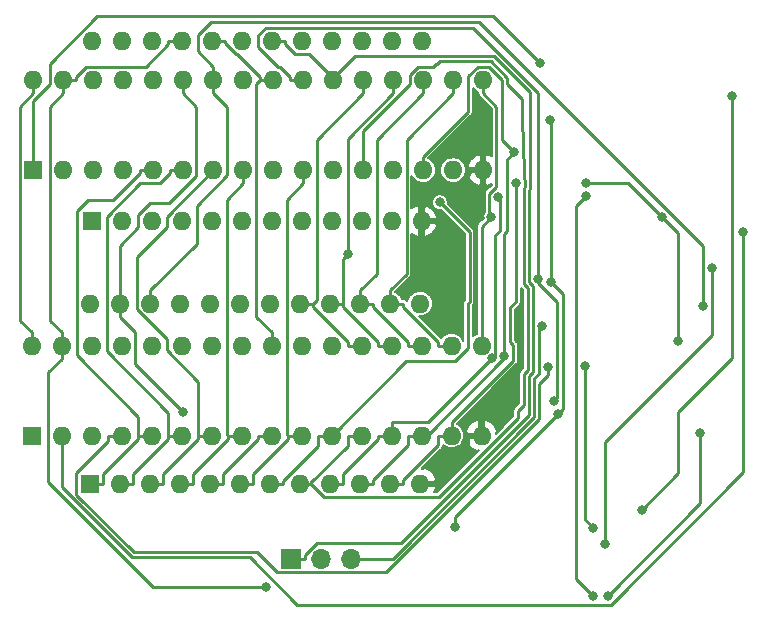
<source format=gbr>
G04 #@! TF.GenerationSoftware,KiCad,Pcbnew,(5.1.2-1)-1*
G04 #@! TF.CreationDate,2019-09-02T14:14:07+01:00*
G04 #@! TF.ProjectId,MZ80-ROMPG,4d5a3830-2d52-44f4-9d50-472e6b696361,rev?*
G04 #@! TF.SameCoordinates,Original*
G04 #@! TF.FileFunction,Copper,L2,Bot*
G04 #@! TF.FilePolarity,Positive*
%FSLAX46Y46*%
G04 Gerber Fmt 4.6, Leading zero omitted, Abs format (unit mm)*
G04 Created by KiCad (PCBNEW (5.1.2-1)-1) date 2019-09-02 14:14:07*
%MOMM*%
%LPD*%
G04 APERTURE LIST*
%ADD10O,1.600000X1.600000*%
%ADD11R,1.600000X1.600000*%
%ADD12O,1.700000X1.700000*%
%ADD13R,1.700000X1.700000*%
%ADD14C,0.800000*%
%ADD15C,0.250000*%
%ADD16C,0.200000*%
%ADD17C,0.155000*%
G04 APERTURE END LIST*
D10*
X134366000Y-75565000D03*
X162306000Y-90805000D03*
X136906000Y-75565000D03*
X159766000Y-90805000D03*
X139446000Y-75565000D03*
X157226000Y-90805000D03*
X141986000Y-75565000D03*
X154686000Y-90805000D03*
X144526000Y-75565000D03*
X152146000Y-90805000D03*
X147066000Y-75565000D03*
X149606000Y-90805000D03*
X149606000Y-75565000D03*
X147066000Y-90805000D03*
X152146000Y-75565000D03*
X144526000Y-90805000D03*
X154686000Y-75565000D03*
X141986000Y-90805000D03*
X157226000Y-75565000D03*
X139446000Y-90805000D03*
X159766000Y-75565000D03*
X136906000Y-90805000D03*
X162306000Y-75565000D03*
D11*
X134366000Y-90805000D03*
D10*
X134239000Y-97790000D03*
X162179000Y-113030000D03*
X136779000Y-97790000D03*
X159639000Y-113030000D03*
X139319000Y-97790000D03*
X157099000Y-113030000D03*
X141859000Y-97790000D03*
X154559000Y-113030000D03*
X144399000Y-97790000D03*
X152019000Y-113030000D03*
X146939000Y-97790000D03*
X149479000Y-113030000D03*
X149479000Y-97790000D03*
X146939000Y-113030000D03*
X152019000Y-97790000D03*
X144399000Y-113030000D03*
X154559000Y-97790000D03*
X141859000Y-113030000D03*
X157099000Y-97790000D03*
X139319000Y-113030000D03*
X159639000Y-97790000D03*
X136779000Y-113030000D03*
X162179000Y-97790000D03*
D11*
X134239000Y-113030000D03*
D10*
X129413000Y-78867000D03*
X167513000Y-86487000D03*
X131953000Y-78867000D03*
X164973000Y-86487000D03*
X134493000Y-78867000D03*
X162433000Y-86487000D03*
X137033000Y-78867000D03*
X159893000Y-86487000D03*
X139573000Y-78867000D03*
X157353000Y-86487000D03*
X142113000Y-78867000D03*
X154813000Y-86487000D03*
X144653000Y-78867000D03*
X152273000Y-86487000D03*
X147193000Y-78867000D03*
X149733000Y-86487000D03*
X149733000Y-78867000D03*
X147193000Y-86487000D03*
X152273000Y-78867000D03*
X144653000Y-86487000D03*
X154813000Y-78867000D03*
X142113000Y-86487000D03*
X157353000Y-78867000D03*
X139573000Y-86487000D03*
X159893000Y-78867000D03*
X137033000Y-86487000D03*
X162433000Y-78867000D03*
X134493000Y-86487000D03*
X164973000Y-78867000D03*
X131953000Y-86487000D03*
X167513000Y-78867000D03*
D11*
X129413000Y-86487000D03*
D10*
X129286000Y-101346000D03*
X167386000Y-108966000D03*
X131826000Y-101346000D03*
X164846000Y-108966000D03*
X134366000Y-101346000D03*
X162306000Y-108966000D03*
X136906000Y-101346000D03*
X159766000Y-108966000D03*
X139446000Y-101346000D03*
X157226000Y-108966000D03*
X141986000Y-101346000D03*
X154686000Y-108966000D03*
X144526000Y-101346000D03*
X152146000Y-108966000D03*
X147066000Y-101346000D03*
X149606000Y-108966000D03*
X149606000Y-101346000D03*
X147066000Y-108966000D03*
X152146000Y-101346000D03*
X144526000Y-108966000D03*
X154686000Y-101346000D03*
X141986000Y-108966000D03*
X157226000Y-101346000D03*
X139446000Y-108966000D03*
X159766000Y-101346000D03*
X136906000Y-108966000D03*
X162306000Y-101346000D03*
X134366000Y-108966000D03*
X164846000Y-101346000D03*
X131826000Y-108966000D03*
X167386000Y-101346000D03*
D11*
X129286000Y-108966000D03*
D12*
X156337000Y-119380000D03*
X153797000Y-119380000D03*
D13*
X151257000Y-119380000D03*
D14*
X165659700Y-96792700D03*
X170552800Y-98809800D03*
X165160200Y-116662900D03*
X173154300Y-82242900D03*
X173832800Y-107168500D03*
X173257800Y-95982400D03*
X172480600Y-99700300D03*
X173546400Y-106009200D03*
X172169600Y-95680400D03*
X186174700Y-98002400D03*
X178067400Y-122518800D03*
X185912300Y-108711500D03*
X142130700Y-106987200D03*
X149110600Y-121748600D03*
X156051100Y-93631000D03*
X189565900Y-91742100D03*
X177837400Y-118106100D03*
X186909300Y-94785800D03*
X168226900Y-90427200D03*
X184038700Y-100955700D03*
X176257000Y-87612900D03*
X170343700Y-87612900D03*
X182630200Y-90428000D03*
X170162500Y-84977800D03*
X169320200Y-102208300D03*
X168291300Y-102433800D03*
X168781700Y-88772800D03*
X173027400Y-103123000D03*
X176835200Y-116778000D03*
X176123800Y-103033800D03*
X172310000Y-77454500D03*
X180953100Y-115233200D03*
X188595000Y-80189300D03*
X176831000Y-122537100D03*
X176191300Y-88710900D03*
X163847300Y-89221800D03*
D15*
X167386000Y-107840700D02*
X167386000Y-106691100D01*
X167386000Y-106691100D02*
X170552800Y-103524300D01*
X170552800Y-103524300D02*
X170552800Y-98809800D01*
X162306000Y-90805000D02*
X162306000Y-93439000D01*
X162306000Y-93439000D02*
X165659700Y-96792700D01*
X167513000Y-86487000D02*
X166387700Y-86487000D01*
X162306000Y-90805000D02*
X162306000Y-89679700D01*
X162306000Y-89679700D02*
X164373400Y-87612300D01*
X164373400Y-87612300D02*
X165543800Y-87612300D01*
X165543800Y-87612300D02*
X166387700Y-86768400D01*
X166387700Y-86768400D02*
X166387700Y-86487000D01*
X162179000Y-113030000D02*
X163304300Y-113030000D01*
X167386000Y-108966000D02*
X166260700Y-108966000D01*
X163304300Y-113030000D02*
X166260700Y-110073600D01*
X166260700Y-110073600D02*
X166260700Y-108966000D01*
X167386000Y-108966000D02*
X167386000Y-107840700D01*
X129413000Y-78867000D02*
X129413000Y-79992300D01*
X129286000Y-101346000D02*
X129286000Y-100220700D01*
X129286000Y-100220700D02*
X128287700Y-99222400D01*
X128287700Y-99222400D02*
X128287700Y-81117600D01*
X128287700Y-81117600D02*
X129413000Y-79992300D01*
X173832800Y-107168500D02*
X165160200Y-115841100D01*
X165160200Y-115841100D02*
X165160200Y-116662900D01*
X173257800Y-95982400D02*
X174283100Y-97007700D01*
X174283100Y-97007700D02*
X174283100Y-106718200D01*
X174283100Y-106718200D02*
X173832800Y-107168500D01*
X173257800Y-95982400D02*
X173257800Y-82346400D01*
X173257800Y-82346400D02*
X173154300Y-82242900D01*
X172480600Y-99700300D02*
X172293500Y-99887400D01*
X172293500Y-99887400D02*
X172293500Y-103694300D01*
X172293500Y-103694300D02*
X171843200Y-104144600D01*
X171843200Y-104144600D02*
X171843200Y-107402900D01*
X171843200Y-107402900D02*
X159866100Y-119380000D01*
X159866100Y-119380000D02*
X156337000Y-119380000D01*
X154813000Y-78694100D02*
X156681200Y-76825900D01*
X156681200Y-76825900D02*
X168430800Y-76825900D01*
X168430800Y-76825900D02*
X171519300Y-79914400D01*
X171519300Y-79914400D02*
X171519300Y-88100000D01*
X171519300Y-88100000D02*
X171411800Y-88207500D01*
X171411800Y-88207500D02*
X171411800Y-95948300D01*
X171411800Y-95948300D02*
X171749500Y-96286000D01*
X171749500Y-96286000D02*
X171749500Y-103601400D01*
X171749500Y-103601400D02*
X171392900Y-103958000D01*
X171392900Y-103958000D02*
X171392900Y-107216300D01*
X171392900Y-107216300D02*
X160591100Y-118018100D01*
X160591100Y-118018100D02*
X153482600Y-118018100D01*
X153482600Y-118018100D02*
X152432300Y-119068400D01*
X152432300Y-119068400D02*
X152432300Y-119380000D01*
X151257000Y-119380000D02*
X152432300Y-119380000D01*
X154813000Y-78694100D02*
X152809200Y-76690300D01*
X152809200Y-76690300D02*
X151575200Y-76690300D01*
X151575200Y-76690300D02*
X150731300Y-75846400D01*
X150731300Y-75846400D02*
X150731300Y-75565000D01*
X154813000Y-78867000D02*
X154813000Y-78694100D01*
X149606000Y-75565000D02*
X150731300Y-75565000D01*
X151147700Y-78867000D02*
X151147600Y-78867000D01*
X151147600Y-78867000D02*
X151147600Y-78591600D01*
X151147600Y-78591600D02*
X150297700Y-77741700D01*
X150297700Y-77741700D02*
X150176100Y-77741700D01*
X150176100Y-77741700D02*
X148480600Y-76046200D01*
X148480600Y-76046200D02*
X148480600Y-75046500D01*
X148480600Y-75046500D02*
X149096500Y-74430600D01*
X149096500Y-74430600D02*
X166672400Y-74430600D01*
X166672400Y-74430600D02*
X172169600Y-79927800D01*
X172169600Y-79927800D02*
X172169600Y-95680400D01*
X172169600Y-95680400D02*
X172169600Y-96069200D01*
X172169600Y-96069200D02*
X173761200Y-97660800D01*
X173761200Y-97660800D02*
X173761200Y-105794400D01*
X173761200Y-105794400D02*
X173546400Y-106009200D01*
X152271500Y-78867000D02*
X152273000Y-78867000D01*
X152271500Y-78867000D02*
X151147700Y-78867000D01*
X144653000Y-78867000D02*
X144653000Y-77741700D01*
X144653000Y-77741700D02*
X143353100Y-76441800D01*
X143353100Y-76441800D02*
X143353100Y-75081900D01*
X143353100Y-75081900D02*
X144520900Y-73914100D01*
X144520900Y-73914100D02*
X167143100Y-73914100D01*
X167143100Y-73914100D02*
X186174700Y-92945700D01*
X186174700Y-92945700D02*
X186174700Y-98002400D01*
X139319000Y-97790000D02*
X139319000Y-96664700D01*
X144653000Y-78867000D02*
X144653000Y-79992300D01*
X144653000Y-79992300D02*
X145814500Y-81153800D01*
X145814500Y-81153800D02*
X145814500Y-86943500D01*
X145814500Y-86943500D02*
X143256000Y-89502000D01*
X143256000Y-89502000D02*
X143256000Y-92727700D01*
X143256000Y-92727700D02*
X139319000Y-96664700D01*
X178067400Y-122518800D02*
X185912300Y-114673900D01*
X185912300Y-114673900D02*
X185912300Y-108711500D01*
X136779000Y-97790000D02*
X136779000Y-98915300D01*
X142130700Y-106987200D02*
X138031400Y-102887900D01*
X138031400Y-102887900D02*
X138031400Y-100167700D01*
X138031400Y-100167700D02*
X136779000Y-98915300D01*
X142113000Y-78867000D02*
X142113000Y-79992300D01*
X142113000Y-79992300D02*
X143247000Y-81126300D01*
X143247000Y-81126300D02*
X143247000Y-87008300D01*
X143247000Y-87008300D02*
X140948800Y-89306500D01*
X140948800Y-89306500D02*
X139302000Y-89306500D01*
X139302000Y-89306500D02*
X138320600Y-90287900D01*
X138320600Y-90287900D02*
X138320600Y-91346400D01*
X138320600Y-91346400D02*
X136779000Y-92888000D01*
X136779000Y-92888000D02*
X136779000Y-97790000D01*
X139573000Y-86487000D02*
X138447700Y-86487000D01*
X138447700Y-86487000D02*
X138447700Y-86731200D01*
X138447700Y-86731200D02*
X136166500Y-89012400D01*
X136166500Y-89012400D02*
X134040900Y-89012400D01*
X134040900Y-89012400D02*
X133096000Y-89957300D01*
X133096000Y-89957300D02*
X133096000Y-102176900D01*
X133096000Y-102176900D02*
X138320700Y-107401600D01*
X138320700Y-107401600D02*
X138320700Y-108966000D01*
X134239000Y-113030000D02*
X135364300Y-113030000D01*
X139446000Y-108966000D02*
X138320700Y-108966000D01*
X138320700Y-108966000D02*
X138320700Y-109247400D01*
X138320700Y-109247400D02*
X135364300Y-112203800D01*
X135364300Y-112203800D02*
X135364300Y-113030000D01*
X142113000Y-86487000D02*
X140987700Y-86487000D01*
X140987700Y-86487000D02*
X140987700Y-86768400D01*
X140987700Y-86768400D02*
X140143800Y-87612300D01*
X140143800Y-87612300D02*
X138507100Y-87612300D01*
X138507100Y-87612300D02*
X135647000Y-90472400D01*
X135647000Y-90472400D02*
X135647000Y-101837500D01*
X135647000Y-101837500D02*
X140860700Y-107051200D01*
X140860700Y-107051200D02*
X140860700Y-108966000D01*
X136779000Y-113030000D02*
X137904300Y-113030000D01*
X141986000Y-108966000D02*
X140860700Y-108966000D01*
X140860700Y-108966000D02*
X140860700Y-109247400D01*
X140860700Y-109247400D02*
X137904300Y-112203800D01*
X137904300Y-112203800D02*
X137904300Y-113030000D01*
X144653000Y-86487000D02*
X140716000Y-90424000D01*
X140716000Y-90424000D02*
X140716000Y-91293500D01*
X140716000Y-91293500D02*
X138187000Y-93822500D01*
X138187000Y-93822500D02*
X138187000Y-98260000D01*
X138187000Y-98260000D02*
X140716000Y-100789000D01*
X140716000Y-100789000D02*
X140716000Y-101707600D01*
X140716000Y-101707600D02*
X143400700Y-104392300D01*
X143400700Y-104392300D02*
X143400700Y-108966000D01*
X139319000Y-113030000D02*
X140444300Y-113030000D01*
X144526000Y-108966000D02*
X143400700Y-108966000D01*
X143400700Y-108966000D02*
X143400700Y-109247400D01*
X143400700Y-109247400D02*
X140444300Y-112203800D01*
X140444300Y-112203800D02*
X140444300Y-113030000D01*
X147193000Y-86487000D02*
X147193000Y-87612300D01*
X147193000Y-87612300D02*
X145796000Y-89009300D01*
X145796000Y-89009300D02*
X145796000Y-108821300D01*
X145796000Y-108821300D02*
X145940700Y-108966000D01*
X141859000Y-113030000D02*
X142984300Y-113030000D01*
X147066000Y-108966000D02*
X145940700Y-108966000D01*
X145940700Y-108966000D02*
X145940700Y-109247400D01*
X145940700Y-109247400D02*
X142984300Y-112203800D01*
X142984300Y-112203800D02*
X142984300Y-113030000D01*
X144399000Y-113030000D02*
X145524300Y-113030000D01*
X149606000Y-108966000D02*
X148480700Y-108966000D01*
X148480700Y-108966000D02*
X148480700Y-109247400D01*
X148480700Y-109247400D02*
X145524300Y-112203800D01*
X145524300Y-112203800D02*
X145524300Y-113030000D01*
X152273000Y-86487000D02*
X152273000Y-87612300D01*
X152273000Y-87612300D02*
X150876000Y-89009300D01*
X150876000Y-89009300D02*
X150876000Y-108821300D01*
X150876000Y-108821300D02*
X151020700Y-108966000D01*
X146939000Y-113030000D02*
X148064300Y-113030000D01*
X152146000Y-108966000D02*
X151020700Y-108966000D01*
X151020700Y-108966000D02*
X151020700Y-109247400D01*
X151020700Y-109247400D02*
X148064300Y-112203800D01*
X148064300Y-112203800D02*
X148064300Y-113030000D01*
X131826000Y-102471300D02*
X130700700Y-103596600D01*
X130700700Y-103596600D02*
X130700700Y-112886900D01*
X130700700Y-112886900D02*
X139562300Y-121748500D01*
X139562300Y-121748500D02*
X149110600Y-121748500D01*
X149110600Y-121748500D02*
X149110600Y-121748600D01*
X131826000Y-101346000D02*
X131826000Y-102471300D01*
X131953000Y-78867000D02*
X133078300Y-78867000D01*
X133078300Y-78867000D02*
X133078300Y-78585600D01*
X133078300Y-78585600D02*
X133922200Y-77741700D01*
X133922200Y-77741700D02*
X138965400Y-77741700D01*
X138965400Y-77741700D02*
X140860700Y-75846400D01*
X140860700Y-75846400D02*
X140860700Y-75565000D01*
X131953000Y-79429600D02*
X131953000Y-78867000D01*
X141986000Y-75565000D02*
X140860700Y-75565000D01*
X131826000Y-101346000D02*
X131826000Y-100220700D01*
X131953000Y-79429600D02*
X131953000Y-79992300D01*
X131826000Y-100220700D02*
X130827700Y-99222400D01*
X130827700Y-99222400D02*
X130827700Y-81117600D01*
X130827700Y-81117600D02*
X131953000Y-79992300D01*
X157353000Y-78867000D02*
X157353000Y-79992300D01*
X157353000Y-79992300D02*
X153416000Y-83929300D01*
X153416000Y-83929300D02*
X153416000Y-97518300D01*
X153416000Y-97518300D02*
X153144300Y-97790000D01*
X152019000Y-97790000D02*
X153144300Y-97790000D01*
X157226000Y-101346000D02*
X156100700Y-101346000D01*
X156100700Y-101346000D02*
X156100700Y-101064600D01*
X156100700Y-101064600D02*
X153144300Y-98108200D01*
X153144300Y-98108200D02*
X153144300Y-97790000D01*
X156051100Y-93631000D02*
X155684300Y-93997800D01*
X155684300Y-93997800D02*
X155684300Y-97790000D01*
X159893000Y-79992300D02*
X156051100Y-83834200D01*
X156051100Y-83834200D02*
X156051100Y-93631000D01*
X159893000Y-78867000D02*
X159893000Y-79992300D01*
X159766000Y-101346000D02*
X158640700Y-101346000D01*
X154559000Y-97790000D02*
X155684300Y-97790000D01*
X155684300Y-97790000D02*
X155684300Y-98071400D01*
X155684300Y-98071400D02*
X158640700Y-101027800D01*
X158640700Y-101027800D02*
X158640700Y-101346000D01*
X157099000Y-96664700D02*
X158513600Y-95250100D01*
X158513600Y-95250100D02*
X158513600Y-83911700D01*
X158513600Y-83911700D02*
X162433000Y-79992300D01*
X157099000Y-97790000D02*
X158224300Y-97790000D01*
X162306000Y-101346000D02*
X161180700Y-101346000D01*
X161180700Y-101346000D02*
X161180700Y-101064600D01*
X161180700Y-101064600D02*
X158224300Y-98108200D01*
X158224300Y-98108200D02*
X158224300Y-97790000D01*
X157099000Y-97790000D02*
X157099000Y-96664700D01*
X162433000Y-78867000D02*
X162433000Y-79992300D01*
X159639000Y-97790000D02*
X160764300Y-97790000D01*
X164846000Y-101346000D02*
X163720700Y-101346000D01*
X163720700Y-101346000D02*
X163720700Y-101064600D01*
X163720700Y-101064600D02*
X160764300Y-98108200D01*
X160764300Y-98108200D02*
X160764300Y-97790000D01*
X159639000Y-97790000D02*
X159639000Y-96664700D01*
X164973000Y-78867000D02*
X164973000Y-79992300D01*
X164973000Y-79992300D02*
X161053600Y-83911700D01*
X161053600Y-83911700D02*
X161053600Y-95250100D01*
X161053600Y-95250100D02*
X159639000Y-96664700D01*
X131826000Y-108966000D02*
X131826000Y-113357800D01*
X131826000Y-113357800D02*
X137754800Y-119286600D01*
X137754800Y-119286600D02*
X147798100Y-119286600D01*
X147798100Y-119286600D02*
X151797100Y-123285600D01*
X151797100Y-123285600D02*
X178334500Y-123285600D01*
X178334500Y-123285600D02*
X189565900Y-112054200D01*
X189565900Y-112054200D02*
X189565900Y-91742100D01*
X186909300Y-94785800D02*
X186909300Y-100430400D01*
X186909300Y-100430400D02*
X177837400Y-109502300D01*
X177837400Y-109502300D02*
X177837400Y-118106100D01*
X168226900Y-90427200D02*
X167386000Y-91268100D01*
X167386000Y-91268100D02*
X167386000Y-100220700D01*
X167513000Y-79992300D02*
X168638400Y-81117700D01*
X168638400Y-81117700D02*
X168638400Y-87890400D01*
X168638400Y-87890400D02*
X168056400Y-88472400D01*
X168056400Y-88472400D02*
X168056400Y-90256700D01*
X168056400Y-90256700D02*
X168226900Y-90427200D01*
X167513000Y-78867000D02*
X167513000Y-79992300D01*
X167386000Y-101346000D02*
X167386000Y-100220700D01*
X170343700Y-87612900D02*
X170343700Y-97604200D01*
X170343700Y-97604200D02*
X169807700Y-98140200D01*
X169807700Y-98140200D02*
X169807700Y-101036000D01*
X169807700Y-101036000D02*
X170059800Y-101288100D01*
X170059800Y-101288100D02*
X170059800Y-102626900D01*
X170059800Y-102626900D02*
X164846000Y-107840700D01*
X182630200Y-90428000D02*
X184038700Y-91836500D01*
X184038700Y-91836500D02*
X184038700Y-100955700D01*
X182630200Y-90428000D02*
X179815100Y-87612900D01*
X179815100Y-87612900D02*
X176257000Y-87612900D01*
X164846000Y-108966000D02*
X163720700Y-108966000D01*
X164846000Y-108966000D02*
X164846000Y-107840700D01*
X163720700Y-108966000D02*
X163720700Y-109792200D01*
X163720700Y-109792200D02*
X160764300Y-112748600D01*
X160764300Y-112748600D02*
X160764300Y-113030000D01*
X159639000Y-113030000D02*
X160764300Y-113030000D01*
X170162500Y-84977800D02*
X169544500Y-85595800D01*
X169544500Y-85595800D02*
X169544500Y-91665600D01*
X169544500Y-91665600D02*
X169320200Y-91889900D01*
X169320200Y-91889900D02*
X169320200Y-102208300D01*
X162433000Y-85361700D02*
X166243000Y-81551700D01*
X166243000Y-81551700D02*
X166243000Y-78530500D01*
X166243000Y-78530500D02*
X167046900Y-77726600D01*
X167046900Y-77726600D02*
X167978100Y-77726600D01*
X167978100Y-77726600D02*
X169088800Y-78837300D01*
X169088800Y-78837300D02*
X169088800Y-83904100D01*
X169088800Y-83904100D02*
X170162500Y-84977800D01*
X162306000Y-108966000D02*
X162784900Y-108966000D01*
X162784900Y-108966000D02*
X169320200Y-102430700D01*
X169320200Y-102430700D02*
X169320200Y-102208300D01*
X162433000Y-86487000D02*
X162433000Y-85361700D01*
X162306000Y-108966000D02*
X161180700Y-108966000D01*
X161180700Y-108966000D02*
X161180700Y-109792200D01*
X161180700Y-109792200D02*
X158224300Y-112748600D01*
X158224300Y-112748600D02*
X158224300Y-113030000D01*
X157099000Y-113030000D02*
X158224300Y-113030000D01*
X168291300Y-102433800D02*
X162884400Y-107840700D01*
X162884400Y-107840700D02*
X159766000Y-107840700D01*
X168291300Y-102433800D02*
X168511300Y-102213800D01*
X168511300Y-102213800D02*
X168511300Y-92061900D01*
X168511300Y-92061900D02*
X168990100Y-91583100D01*
X168990100Y-91583100D02*
X168990100Y-88981200D01*
X168990100Y-88981200D02*
X168781700Y-88772800D01*
X159766000Y-108966000D02*
X159766000Y-107840700D01*
X154559000Y-113030000D02*
X155684300Y-113030000D01*
X159766000Y-108966000D02*
X158640700Y-108966000D01*
X158640700Y-108966000D02*
X158640700Y-109247400D01*
X158640700Y-109247400D02*
X155684300Y-112203800D01*
X155684300Y-112203800D02*
X155684300Y-113030000D01*
X136906000Y-108966000D02*
X135780700Y-108966000D01*
X173027400Y-103123000D02*
X173027400Y-103822300D01*
X173027400Y-103822300D02*
X172293500Y-104556200D01*
X172293500Y-104556200D02*
X172293500Y-107589500D01*
X172293500Y-107589500D02*
X159327600Y-120555400D01*
X159327600Y-120555400D02*
X150081600Y-120555400D01*
X150081600Y-120555400D02*
X148362500Y-118836300D01*
X148362500Y-118836300D02*
X137941500Y-118836300D01*
X137941500Y-118836300D02*
X133080000Y-113974800D01*
X133080000Y-113974800D02*
X133080000Y-112114600D01*
X133080000Y-112114600D02*
X135780700Y-109413900D01*
X135780700Y-109413900D02*
X135780700Y-108966000D01*
X176123800Y-103033800D02*
X176123800Y-116066600D01*
X176123800Y-116066600D02*
X176835200Y-116778000D01*
X172310000Y-77454500D02*
X168319200Y-73463700D01*
X168319200Y-73463700D02*
X134842300Y-73463700D01*
X134842300Y-73463700D02*
X130827600Y-77478400D01*
X130827600Y-77478400D02*
X130827600Y-79214600D01*
X130827600Y-79214600D02*
X129413000Y-80629200D01*
X129413000Y-80629200D02*
X129413000Y-86487000D01*
X180953100Y-115233200D02*
X184034300Y-112152000D01*
X184034300Y-112152000D02*
X184034300Y-106971700D01*
X184034300Y-106971700D02*
X188595000Y-102411000D01*
X188595000Y-102411000D02*
X188595000Y-80189300D01*
X176191300Y-88710900D02*
X175362800Y-89539400D01*
X175362800Y-89539400D02*
X175362800Y-121068900D01*
X175362800Y-121068900D02*
X176831000Y-122537100D01*
X163847300Y-89221800D02*
X166385000Y-91759500D01*
X166385000Y-91759500D02*
X166385000Y-97623700D01*
X166385000Y-97623700D02*
X166251100Y-97757600D01*
X166251100Y-97757600D02*
X166251100Y-101551800D01*
X166251100Y-101551800D02*
X165152500Y-102650400D01*
X165152500Y-102650400D02*
X161001600Y-102650400D01*
X161001600Y-102650400D02*
X154686000Y-108966000D01*
X154686000Y-108966000D02*
X153560700Y-108966000D01*
X149479000Y-113030000D02*
X150604300Y-113030000D01*
X150604300Y-113030000D02*
X150604300Y-112809800D01*
X150604300Y-112809800D02*
X153560700Y-109853400D01*
X153560700Y-109853400D02*
X153560700Y-108966000D01*
X157353000Y-86487000D02*
X157353000Y-83169200D01*
X157353000Y-83169200D02*
X161307600Y-79214600D01*
X161307600Y-79214600D02*
X161307600Y-78395900D01*
X161307600Y-78395900D02*
X161977000Y-77726500D01*
X161977000Y-77726500D02*
X163306500Y-77726500D01*
X163306500Y-77726500D02*
X163516400Y-77516600D01*
X163516400Y-77516600D02*
X163651800Y-77516600D01*
X163651800Y-77516600D02*
X163892200Y-77276200D01*
X163892200Y-77276200D02*
X168164600Y-77276200D01*
X168164600Y-77276200D02*
X169541400Y-78653000D01*
X169541400Y-78653000D02*
X169541400Y-79210300D01*
X169541400Y-79210300D02*
X170818700Y-80487600D01*
X170818700Y-80487600D02*
X170818700Y-83192100D01*
X170818700Y-83192100D02*
X170899800Y-83273200D01*
X170899800Y-83273200D02*
X170899800Y-85458900D01*
X170899800Y-85458900D02*
X171012400Y-85571500D01*
X171012400Y-85571500D02*
X171012400Y-87255800D01*
X171012400Y-87255800D02*
X171069000Y-87312400D01*
X171069000Y-87312400D02*
X171069000Y-87913400D01*
X171069000Y-87913400D02*
X170961500Y-88020900D01*
X170961500Y-88020900D02*
X170961500Y-96134900D01*
X170961500Y-96134900D02*
X171299200Y-96472600D01*
X171299200Y-96472600D02*
X171299200Y-103414800D01*
X171299200Y-103414800D02*
X170942600Y-103771400D01*
X170942600Y-103771400D02*
X170942600Y-106392800D01*
X170942600Y-106392800D02*
X170474200Y-106861200D01*
X170474200Y-106861200D02*
X170474200Y-107498100D01*
X170474200Y-107498100D02*
X163798900Y-114173400D01*
X163798900Y-114173400D02*
X154048300Y-114173400D01*
X154048300Y-114173400D02*
X152893300Y-113018300D01*
X152893300Y-113018300D02*
X156100700Y-109810900D01*
X156100700Y-109810900D02*
X156100700Y-108966000D01*
X152477200Y-113030000D02*
X152881600Y-113030000D01*
X152881600Y-113030000D02*
X152893300Y-113018300D01*
X157226000Y-108966000D02*
X156100700Y-108966000D01*
X152019000Y-113030000D02*
X152477200Y-113030000D01*
X149606000Y-101346000D02*
X149606000Y-100220700D01*
X149606000Y-100220700D02*
X148318400Y-98933100D01*
X148318400Y-98933100D02*
X148318400Y-79156300D01*
X148318400Y-79156300D02*
X148607700Y-78867000D01*
X144526000Y-75565000D02*
X145651300Y-75565000D01*
X149733000Y-78867000D02*
X148607700Y-78867000D01*
X148607700Y-78867000D02*
X148607700Y-78585600D01*
X148607700Y-78585600D02*
X146712400Y-76690300D01*
X146712400Y-76690300D02*
X146579600Y-76690300D01*
X146579600Y-76690300D02*
X145651300Y-75762000D01*
X145651300Y-75762000D02*
X145651300Y-75565000D01*
D16*
G36*
X170874200Y-96648641D02*
G01*
X170874201Y-103238759D01*
X170656844Y-103456116D01*
X170640626Y-103469426D01*
X170587516Y-103534141D01*
X170548052Y-103607974D01*
X170523750Y-103688087D01*
X170517600Y-103750527D01*
X170517600Y-103750533D01*
X170515545Y-103771400D01*
X170517600Y-103792267D01*
X170517601Y-106216759D01*
X170188444Y-106545916D01*
X170172226Y-106559226D01*
X170119116Y-106623941D01*
X170079652Y-106697774D01*
X170068529Y-106734441D01*
X170056544Y-106773952D01*
X170055350Y-106777887D01*
X170049200Y-106840327D01*
X170049200Y-106840333D01*
X170047145Y-106861200D01*
X170049200Y-106882067D01*
X170049201Y-107322058D01*
X168710872Y-108660388D01*
X168744237Y-108594957D01*
X168645752Y-108337108D01*
X168498855Y-108103427D01*
X168309192Y-107902894D01*
X168084051Y-107743215D01*
X167832085Y-107630527D01*
X167757042Y-107607769D01*
X167540000Y-107719477D01*
X167540000Y-108812000D01*
X167560000Y-108812000D01*
X167560000Y-109120000D01*
X167540000Y-109120000D01*
X167540000Y-109140000D01*
X167232000Y-109140000D01*
X167232000Y-109120000D01*
X166138441Y-109120000D01*
X166027763Y-109337043D01*
X166126248Y-109594892D01*
X166273145Y-109828573D01*
X166462808Y-110029106D01*
X166687949Y-110188785D01*
X166939915Y-110301473D01*
X167014958Y-110324231D01*
X167081040Y-110290220D01*
X163622860Y-113748400D01*
X163382485Y-113748400D01*
X163438752Y-113658892D01*
X163537237Y-113401043D01*
X163426559Y-113184000D01*
X162333000Y-113184000D01*
X162333000Y-113204000D01*
X162025000Y-113204000D01*
X162025000Y-113184000D01*
X162005000Y-113184000D01*
X162005000Y-112876000D01*
X162025000Y-112876000D01*
X162025000Y-112856000D01*
X162333000Y-112856000D01*
X162333000Y-112876000D01*
X163426559Y-112876000D01*
X163537237Y-112658957D01*
X163438752Y-112401108D01*
X163291855Y-112167427D01*
X163102192Y-111966894D01*
X162877051Y-111807215D01*
X162625085Y-111694527D01*
X162550042Y-111671769D01*
X162333002Y-111783476D01*
X162333002Y-111780938D01*
X164006462Y-110107479D01*
X164022674Y-110094174D01*
X164075784Y-110029460D01*
X164115248Y-109955627D01*
X164139550Y-109875514D01*
X164145590Y-109814196D01*
X164231916Y-109885042D01*
X164423012Y-109987184D01*
X164630362Y-110050084D01*
X164791964Y-110066000D01*
X164900036Y-110066000D01*
X165061638Y-110050084D01*
X165268988Y-109987184D01*
X165460084Y-109885042D01*
X165627581Y-109747581D01*
X165765042Y-109580084D01*
X165867184Y-109388988D01*
X165930084Y-109181638D01*
X165951322Y-108966000D01*
X165930084Y-108750362D01*
X165882942Y-108594957D01*
X166027763Y-108594957D01*
X166138441Y-108812000D01*
X167232000Y-108812000D01*
X167232000Y-107719477D01*
X167014958Y-107607769D01*
X166939915Y-107630527D01*
X166687949Y-107743215D01*
X166462808Y-107902894D01*
X166273145Y-108103427D01*
X166126248Y-108337108D01*
X166027763Y-108594957D01*
X165882942Y-108594957D01*
X165867184Y-108543012D01*
X165765042Y-108351916D01*
X165627581Y-108184419D01*
X165460084Y-108046958D01*
X165317170Y-107970570D01*
X170345562Y-102942179D01*
X170361774Y-102928874D01*
X170414884Y-102864160D01*
X170454348Y-102790327D01*
X170478650Y-102710214D01*
X170484800Y-102647774D01*
X170484800Y-102647767D01*
X170486855Y-102626900D01*
X170484800Y-102606033D01*
X170484800Y-101308966D01*
X170486855Y-101288099D01*
X170484800Y-101267232D01*
X170484800Y-101267226D01*
X170478650Y-101204786D01*
X170477025Y-101199427D01*
X170471278Y-101180483D01*
X170454348Y-101124673D01*
X170414884Y-101050840D01*
X170361774Y-100986126D01*
X170345558Y-100972818D01*
X170232700Y-100859960D01*
X170232700Y-98316240D01*
X170629462Y-97919479D01*
X170645674Y-97906174D01*
X170698784Y-97841460D01*
X170738248Y-97767627D01*
X170762550Y-97687514D01*
X170768700Y-97625074D01*
X170768700Y-97625068D01*
X170770755Y-97604201D01*
X170768700Y-97583334D01*
X170768700Y-96543140D01*
X170874200Y-96648641D01*
X170874200Y-96648641D01*
G37*
X170874200Y-96648641D02*
X170874201Y-103238759D01*
X170656844Y-103456116D01*
X170640626Y-103469426D01*
X170587516Y-103534141D01*
X170548052Y-103607974D01*
X170523750Y-103688087D01*
X170517600Y-103750527D01*
X170517600Y-103750533D01*
X170515545Y-103771400D01*
X170517600Y-103792267D01*
X170517601Y-106216759D01*
X170188444Y-106545916D01*
X170172226Y-106559226D01*
X170119116Y-106623941D01*
X170079652Y-106697774D01*
X170068529Y-106734441D01*
X170056544Y-106773952D01*
X170055350Y-106777887D01*
X170049200Y-106840327D01*
X170049200Y-106840333D01*
X170047145Y-106861200D01*
X170049200Y-106882067D01*
X170049201Y-107322058D01*
X168710872Y-108660388D01*
X168744237Y-108594957D01*
X168645752Y-108337108D01*
X168498855Y-108103427D01*
X168309192Y-107902894D01*
X168084051Y-107743215D01*
X167832085Y-107630527D01*
X167757042Y-107607769D01*
X167540000Y-107719477D01*
X167540000Y-108812000D01*
X167560000Y-108812000D01*
X167560000Y-109120000D01*
X167540000Y-109120000D01*
X167540000Y-109140000D01*
X167232000Y-109140000D01*
X167232000Y-109120000D01*
X166138441Y-109120000D01*
X166027763Y-109337043D01*
X166126248Y-109594892D01*
X166273145Y-109828573D01*
X166462808Y-110029106D01*
X166687949Y-110188785D01*
X166939915Y-110301473D01*
X167014958Y-110324231D01*
X167081040Y-110290220D01*
X163622860Y-113748400D01*
X163382485Y-113748400D01*
X163438752Y-113658892D01*
X163537237Y-113401043D01*
X163426559Y-113184000D01*
X162333000Y-113184000D01*
X162333000Y-113204000D01*
X162025000Y-113204000D01*
X162025000Y-113184000D01*
X162005000Y-113184000D01*
X162005000Y-112876000D01*
X162025000Y-112876000D01*
X162025000Y-112856000D01*
X162333000Y-112856000D01*
X162333000Y-112876000D01*
X163426559Y-112876000D01*
X163537237Y-112658957D01*
X163438752Y-112401108D01*
X163291855Y-112167427D01*
X163102192Y-111966894D01*
X162877051Y-111807215D01*
X162625085Y-111694527D01*
X162550042Y-111671769D01*
X162333002Y-111783476D01*
X162333002Y-111780938D01*
X164006462Y-110107479D01*
X164022674Y-110094174D01*
X164075784Y-110029460D01*
X164115248Y-109955627D01*
X164139550Y-109875514D01*
X164145590Y-109814196D01*
X164231916Y-109885042D01*
X164423012Y-109987184D01*
X164630362Y-110050084D01*
X164791964Y-110066000D01*
X164900036Y-110066000D01*
X165061638Y-110050084D01*
X165268988Y-109987184D01*
X165460084Y-109885042D01*
X165627581Y-109747581D01*
X165765042Y-109580084D01*
X165867184Y-109388988D01*
X165930084Y-109181638D01*
X165951322Y-108966000D01*
X165930084Y-108750362D01*
X165882942Y-108594957D01*
X166027763Y-108594957D01*
X166138441Y-108812000D01*
X167232000Y-108812000D01*
X167232000Y-107719477D01*
X167014958Y-107607769D01*
X166939915Y-107630527D01*
X166687949Y-107743215D01*
X166462808Y-107902894D01*
X166273145Y-108103427D01*
X166126248Y-108337108D01*
X166027763Y-108594957D01*
X165882942Y-108594957D01*
X165867184Y-108543012D01*
X165765042Y-108351916D01*
X165627581Y-108184419D01*
X165460084Y-108046958D01*
X165317170Y-107970570D01*
X170345562Y-102942179D01*
X170361774Y-102928874D01*
X170414884Y-102864160D01*
X170454348Y-102790327D01*
X170478650Y-102710214D01*
X170484800Y-102647774D01*
X170484800Y-102647767D01*
X170486855Y-102626900D01*
X170484800Y-102606033D01*
X170484800Y-101308966D01*
X170486855Y-101288099D01*
X170484800Y-101267232D01*
X170484800Y-101267226D01*
X170478650Y-101204786D01*
X170477025Y-101199427D01*
X170471278Y-101180483D01*
X170454348Y-101124673D01*
X170414884Y-101050840D01*
X170361774Y-100986126D01*
X170345558Y-100972818D01*
X170232700Y-100859960D01*
X170232700Y-98316240D01*
X170629462Y-97919479D01*
X170645674Y-97906174D01*
X170698784Y-97841460D01*
X170738248Y-97767627D01*
X170762550Y-97687514D01*
X170768700Y-97625074D01*
X170768700Y-97625068D01*
X170770755Y-97604201D01*
X170768700Y-97583334D01*
X170768700Y-96543140D01*
X170874200Y-96648641D01*
G36*
X166731419Y-79648581D02*
G01*
X166898916Y-79786042D01*
X167088001Y-79887109D01*
X167088001Y-79971424D01*
X167085945Y-79992300D01*
X167094150Y-80075614D01*
X167103364Y-80105986D01*
X167118453Y-80155727D01*
X167157917Y-80229560D01*
X167169013Y-80243080D01*
X167194484Y-80274116D01*
X167211027Y-80294274D01*
X167227239Y-80307579D01*
X168213400Y-81293741D01*
X168213401Y-85265881D01*
X168211051Y-85264215D01*
X167959085Y-85151527D01*
X167884042Y-85128769D01*
X167667000Y-85240477D01*
X167667000Y-86333000D01*
X167687000Y-86333000D01*
X167687000Y-86641000D01*
X167667000Y-86641000D01*
X167667000Y-87733523D01*
X167884042Y-87845231D01*
X167959085Y-87822473D01*
X168211051Y-87709785D01*
X168213401Y-87708118D01*
X168213401Y-87714358D01*
X167770643Y-88157117D01*
X167754426Y-88170426D01*
X167701316Y-88235141D01*
X167661852Y-88308974D01*
X167637550Y-88389087D01*
X167631400Y-88451527D01*
X167631400Y-88451533D01*
X167629345Y-88472400D01*
X167631400Y-88493267D01*
X167631401Y-90058461D01*
X167606568Y-90095626D01*
X167553801Y-90223018D01*
X167526900Y-90358256D01*
X167526900Y-90496144D01*
X167531880Y-90521180D01*
X167100243Y-90952817D01*
X167084026Y-90966126D01*
X167030916Y-91030841D01*
X166991452Y-91104674D01*
X166967150Y-91184787D01*
X166961000Y-91247227D01*
X166961000Y-91247233D01*
X166958945Y-91268100D01*
X166961000Y-91288967D01*
X166961001Y-100199826D01*
X166961001Y-100325891D01*
X166771916Y-100426958D01*
X166676100Y-100505592D01*
X166676100Y-97934598D01*
X166686974Y-97925674D01*
X166740084Y-97860960D01*
X166779548Y-97787127D01*
X166801836Y-97713653D01*
X166803850Y-97707015D01*
X166805590Y-97689350D01*
X166810000Y-97644574D01*
X166810000Y-97644568D01*
X166812055Y-97623701D01*
X166810000Y-97602834D01*
X166810000Y-91780367D01*
X166812055Y-91759500D01*
X166810000Y-91738633D01*
X166810000Y-91738626D01*
X166803850Y-91676186D01*
X166781945Y-91603974D01*
X166779548Y-91596072D01*
X166765651Y-91570074D01*
X166740084Y-91522240D01*
X166686974Y-91457526D01*
X166670763Y-91444222D01*
X164542320Y-89315780D01*
X164547300Y-89290744D01*
X164547300Y-89152856D01*
X164520399Y-89017618D01*
X164467632Y-88890226D01*
X164391026Y-88775576D01*
X164293524Y-88678074D01*
X164178874Y-88601468D01*
X164051482Y-88548701D01*
X163916244Y-88521800D01*
X163778356Y-88521800D01*
X163643118Y-88548701D01*
X163515726Y-88601468D01*
X163401076Y-88678074D01*
X163303574Y-88775576D01*
X163226968Y-88890226D01*
X163174201Y-89017618D01*
X163147300Y-89152856D01*
X163147300Y-89290744D01*
X163174201Y-89425982D01*
X163226968Y-89553374D01*
X163303574Y-89668024D01*
X163401076Y-89765526D01*
X163515726Y-89842132D01*
X163643118Y-89894899D01*
X163778356Y-89921800D01*
X163916244Y-89921800D01*
X163941280Y-89916820D01*
X165960000Y-91935541D01*
X165960001Y-97446701D01*
X165949126Y-97455626D01*
X165896016Y-97520341D01*
X165856552Y-97594174D01*
X165847595Y-97623701D01*
X165836342Y-97660799D01*
X165832250Y-97674287D01*
X165826100Y-97736727D01*
X165826100Y-97736733D01*
X165824045Y-97757600D01*
X165826100Y-97778467D01*
X165826101Y-100846150D01*
X165765042Y-100731916D01*
X165627581Y-100564419D01*
X165460084Y-100426958D01*
X165268988Y-100324816D01*
X165061638Y-100261916D01*
X164900036Y-100246000D01*
X164791964Y-100246000D01*
X164630362Y-100261916D01*
X164423012Y-100324816D01*
X164231916Y-100426958D01*
X164064419Y-100564419D01*
X163954949Y-100697808D01*
X162147140Y-98890000D01*
X162233036Y-98890000D01*
X162394638Y-98874084D01*
X162601988Y-98811184D01*
X162793084Y-98709042D01*
X162960581Y-98571581D01*
X163098042Y-98404084D01*
X163200184Y-98212988D01*
X163263084Y-98005638D01*
X163284322Y-97790000D01*
X163263084Y-97574362D01*
X163200184Y-97367012D01*
X163098042Y-97175916D01*
X162960581Y-97008419D01*
X162793084Y-96870958D01*
X162601988Y-96768816D01*
X162394638Y-96705916D01*
X162233036Y-96690000D01*
X162124964Y-96690000D01*
X161963362Y-96705916D01*
X161756012Y-96768816D01*
X161564916Y-96870958D01*
X161397419Y-97008419D01*
X161259958Y-97175916D01*
X161157816Y-97367012D01*
X161106308Y-97536807D01*
X161066274Y-97488026D01*
X161001560Y-97434916D01*
X160927727Y-97395452D01*
X160847614Y-97371150D01*
X160785174Y-97365000D01*
X160764300Y-97362944D01*
X160743426Y-97365000D01*
X160659109Y-97365000D01*
X160558042Y-97175916D01*
X160420581Y-97008419D01*
X160253084Y-96870958D01*
X160110170Y-96794570D01*
X161339356Y-95565384D01*
X161355574Y-95552074D01*
X161408684Y-95487360D01*
X161448148Y-95413527D01*
X161472450Y-95333414D01*
X161478600Y-95270974D01*
X161478600Y-95270973D01*
X161480656Y-95250100D01*
X161478600Y-95229226D01*
X161478600Y-91936046D01*
X161607949Y-92027785D01*
X161859915Y-92140473D01*
X161934958Y-92163231D01*
X162152000Y-92051523D01*
X162152000Y-90959000D01*
X162460000Y-90959000D01*
X162460000Y-92051523D01*
X162677042Y-92163231D01*
X162752085Y-92140473D01*
X163004051Y-92027785D01*
X163229192Y-91868106D01*
X163418855Y-91667573D01*
X163565752Y-91433892D01*
X163664237Y-91176043D01*
X163553559Y-90959000D01*
X162460000Y-90959000D01*
X162152000Y-90959000D01*
X162132000Y-90959000D01*
X162132000Y-90651000D01*
X162152000Y-90651000D01*
X162152000Y-89558477D01*
X162460000Y-89558477D01*
X162460000Y-90651000D01*
X163553559Y-90651000D01*
X163664237Y-90433957D01*
X163565752Y-90176108D01*
X163418855Y-89942427D01*
X163229192Y-89741894D01*
X163004051Y-89582215D01*
X162752085Y-89469527D01*
X162677042Y-89446769D01*
X162460000Y-89558477D01*
X162152000Y-89558477D01*
X161934958Y-89446769D01*
X161859915Y-89469527D01*
X161607949Y-89582215D01*
X161478600Y-89673954D01*
X161478600Y-87034933D01*
X161513958Y-87101084D01*
X161651419Y-87268581D01*
X161818916Y-87406042D01*
X162010012Y-87508184D01*
X162217362Y-87571084D01*
X162378964Y-87587000D01*
X162487036Y-87587000D01*
X162648638Y-87571084D01*
X162855988Y-87508184D01*
X163047084Y-87406042D01*
X163214581Y-87268581D01*
X163352042Y-87101084D01*
X163454184Y-86909988D01*
X163517084Y-86702638D01*
X163538322Y-86487000D01*
X163867678Y-86487000D01*
X163888916Y-86702638D01*
X163951816Y-86909988D01*
X164053958Y-87101084D01*
X164191419Y-87268581D01*
X164358916Y-87406042D01*
X164550012Y-87508184D01*
X164757362Y-87571084D01*
X164918964Y-87587000D01*
X165027036Y-87587000D01*
X165188638Y-87571084D01*
X165395988Y-87508184D01*
X165587084Y-87406042D01*
X165754581Y-87268581D01*
X165892042Y-87101084D01*
X165994184Y-86909988D01*
X166009941Y-86858043D01*
X166154763Y-86858043D01*
X166253248Y-87115892D01*
X166400145Y-87349573D01*
X166589808Y-87550106D01*
X166814949Y-87709785D01*
X167066915Y-87822473D01*
X167141958Y-87845231D01*
X167359000Y-87733523D01*
X167359000Y-86641000D01*
X166265441Y-86641000D01*
X166154763Y-86858043D01*
X166009941Y-86858043D01*
X166057084Y-86702638D01*
X166078322Y-86487000D01*
X166057084Y-86271362D01*
X166009942Y-86115957D01*
X166154763Y-86115957D01*
X166265441Y-86333000D01*
X167359000Y-86333000D01*
X167359000Y-85240477D01*
X167141958Y-85128769D01*
X167066915Y-85151527D01*
X166814949Y-85264215D01*
X166589808Y-85423894D01*
X166400145Y-85624427D01*
X166253248Y-85858108D01*
X166154763Y-86115957D01*
X166009942Y-86115957D01*
X165994184Y-86064012D01*
X165892042Y-85872916D01*
X165754581Y-85705419D01*
X165587084Y-85567958D01*
X165395988Y-85465816D01*
X165188638Y-85402916D01*
X165027036Y-85387000D01*
X164918964Y-85387000D01*
X164757362Y-85402916D01*
X164550012Y-85465816D01*
X164358916Y-85567958D01*
X164191419Y-85705419D01*
X164053958Y-85872916D01*
X163951816Y-86064012D01*
X163888916Y-86271362D01*
X163867678Y-86487000D01*
X163538322Y-86487000D01*
X163517084Y-86271362D01*
X163454184Y-86064012D01*
X163352042Y-85872916D01*
X163214581Y-85705419D01*
X163047084Y-85567958D01*
X162904170Y-85491570D01*
X166528763Y-81866978D01*
X166544974Y-81853674D01*
X166598084Y-81788960D01*
X166637548Y-81715127D01*
X166661850Y-81635014D01*
X166668000Y-81572574D01*
X166668000Y-81572567D01*
X166670055Y-81551700D01*
X166668000Y-81530833D01*
X166668000Y-79571305D01*
X166731419Y-79648581D01*
X166731419Y-79648581D01*
G37*
X166731419Y-79648581D02*
X166898916Y-79786042D01*
X167088001Y-79887109D01*
X167088001Y-79971424D01*
X167085945Y-79992300D01*
X167094150Y-80075614D01*
X167103364Y-80105986D01*
X167118453Y-80155727D01*
X167157917Y-80229560D01*
X167169013Y-80243080D01*
X167194484Y-80274116D01*
X167211027Y-80294274D01*
X167227239Y-80307579D01*
X168213400Y-81293741D01*
X168213401Y-85265881D01*
X168211051Y-85264215D01*
X167959085Y-85151527D01*
X167884042Y-85128769D01*
X167667000Y-85240477D01*
X167667000Y-86333000D01*
X167687000Y-86333000D01*
X167687000Y-86641000D01*
X167667000Y-86641000D01*
X167667000Y-87733523D01*
X167884042Y-87845231D01*
X167959085Y-87822473D01*
X168211051Y-87709785D01*
X168213401Y-87708118D01*
X168213401Y-87714358D01*
X167770643Y-88157117D01*
X167754426Y-88170426D01*
X167701316Y-88235141D01*
X167661852Y-88308974D01*
X167637550Y-88389087D01*
X167631400Y-88451527D01*
X167631400Y-88451533D01*
X167629345Y-88472400D01*
X167631400Y-88493267D01*
X167631401Y-90058461D01*
X167606568Y-90095626D01*
X167553801Y-90223018D01*
X167526900Y-90358256D01*
X167526900Y-90496144D01*
X167531880Y-90521180D01*
X167100243Y-90952817D01*
X167084026Y-90966126D01*
X167030916Y-91030841D01*
X166991452Y-91104674D01*
X166967150Y-91184787D01*
X166961000Y-91247227D01*
X166961000Y-91247233D01*
X166958945Y-91268100D01*
X166961000Y-91288967D01*
X166961001Y-100199826D01*
X166961001Y-100325891D01*
X166771916Y-100426958D01*
X166676100Y-100505592D01*
X166676100Y-97934598D01*
X166686974Y-97925674D01*
X166740084Y-97860960D01*
X166779548Y-97787127D01*
X166801836Y-97713653D01*
X166803850Y-97707015D01*
X166805590Y-97689350D01*
X166810000Y-97644574D01*
X166810000Y-97644568D01*
X166812055Y-97623701D01*
X166810000Y-97602834D01*
X166810000Y-91780367D01*
X166812055Y-91759500D01*
X166810000Y-91738633D01*
X166810000Y-91738626D01*
X166803850Y-91676186D01*
X166781945Y-91603974D01*
X166779548Y-91596072D01*
X166765651Y-91570074D01*
X166740084Y-91522240D01*
X166686974Y-91457526D01*
X166670763Y-91444222D01*
X164542320Y-89315780D01*
X164547300Y-89290744D01*
X164547300Y-89152856D01*
X164520399Y-89017618D01*
X164467632Y-88890226D01*
X164391026Y-88775576D01*
X164293524Y-88678074D01*
X164178874Y-88601468D01*
X164051482Y-88548701D01*
X163916244Y-88521800D01*
X163778356Y-88521800D01*
X163643118Y-88548701D01*
X163515726Y-88601468D01*
X163401076Y-88678074D01*
X163303574Y-88775576D01*
X163226968Y-88890226D01*
X163174201Y-89017618D01*
X163147300Y-89152856D01*
X163147300Y-89290744D01*
X163174201Y-89425982D01*
X163226968Y-89553374D01*
X163303574Y-89668024D01*
X163401076Y-89765526D01*
X163515726Y-89842132D01*
X163643118Y-89894899D01*
X163778356Y-89921800D01*
X163916244Y-89921800D01*
X163941280Y-89916820D01*
X165960000Y-91935541D01*
X165960001Y-97446701D01*
X165949126Y-97455626D01*
X165896016Y-97520341D01*
X165856552Y-97594174D01*
X165847595Y-97623701D01*
X165836342Y-97660799D01*
X165832250Y-97674287D01*
X165826100Y-97736727D01*
X165826100Y-97736733D01*
X165824045Y-97757600D01*
X165826100Y-97778467D01*
X165826101Y-100846150D01*
X165765042Y-100731916D01*
X165627581Y-100564419D01*
X165460084Y-100426958D01*
X165268988Y-100324816D01*
X165061638Y-100261916D01*
X164900036Y-100246000D01*
X164791964Y-100246000D01*
X164630362Y-100261916D01*
X164423012Y-100324816D01*
X164231916Y-100426958D01*
X164064419Y-100564419D01*
X163954949Y-100697808D01*
X162147140Y-98890000D01*
X162233036Y-98890000D01*
X162394638Y-98874084D01*
X162601988Y-98811184D01*
X162793084Y-98709042D01*
X162960581Y-98571581D01*
X163098042Y-98404084D01*
X163200184Y-98212988D01*
X163263084Y-98005638D01*
X163284322Y-97790000D01*
X163263084Y-97574362D01*
X163200184Y-97367012D01*
X163098042Y-97175916D01*
X162960581Y-97008419D01*
X162793084Y-96870958D01*
X162601988Y-96768816D01*
X162394638Y-96705916D01*
X162233036Y-96690000D01*
X162124964Y-96690000D01*
X161963362Y-96705916D01*
X161756012Y-96768816D01*
X161564916Y-96870958D01*
X161397419Y-97008419D01*
X161259958Y-97175916D01*
X161157816Y-97367012D01*
X161106308Y-97536807D01*
X161066274Y-97488026D01*
X161001560Y-97434916D01*
X160927727Y-97395452D01*
X160847614Y-97371150D01*
X160785174Y-97365000D01*
X160764300Y-97362944D01*
X160743426Y-97365000D01*
X160659109Y-97365000D01*
X160558042Y-97175916D01*
X160420581Y-97008419D01*
X160253084Y-96870958D01*
X160110170Y-96794570D01*
X161339356Y-95565384D01*
X161355574Y-95552074D01*
X161408684Y-95487360D01*
X161448148Y-95413527D01*
X161472450Y-95333414D01*
X161478600Y-95270974D01*
X161478600Y-95270973D01*
X161480656Y-95250100D01*
X161478600Y-95229226D01*
X161478600Y-91936046D01*
X161607949Y-92027785D01*
X161859915Y-92140473D01*
X161934958Y-92163231D01*
X162152000Y-92051523D01*
X162152000Y-90959000D01*
X162460000Y-90959000D01*
X162460000Y-92051523D01*
X162677042Y-92163231D01*
X162752085Y-92140473D01*
X163004051Y-92027785D01*
X163229192Y-91868106D01*
X163418855Y-91667573D01*
X163565752Y-91433892D01*
X163664237Y-91176043D01*
X163553559Y-90959000D01*
X162460000Y-90959000D01*
X162152000Y-90959000D01*
X162132000Y-90959000D01*
X162132000Y-90651000D01*
X162152000Y-90651000D01*
X162152000Y-89558477D01*
X162460000Y-89558477D01*
X162460000Y-90651000D01*
X163553559Y-90651000D01*
X163664237Y-90433957D01*
X163565752Y-90176108D01*
X163418855Y-89942427D01*
X163229192Y-89741894D01*
X163004051Y-89582215D01*
X162752085Y-89469527D01*
X162677042Y-89446769D01*
X162460000Y-89558477D01*
X162152000Y-89558477D01*
X161934958Y-89446769D01*
X161859915Y-89469527D01*
X161607949Y-89582215D01*
X161478600Y-89673954D01*
X161478600Y-87034933D01*
X161513958Y-87101084D01*
X161651419Y-87268581D01*
X161818916Y-87406042D01*
X162010012Y-87508184D01*
X162217362Y-87571084D01*
X162378964Y-87587000D01*
X162487036Y-87587000D01*
X162648638Y-87571084D01*
X162855988Y-87508184D01*
X163047084Y-87406042D01*
X163214581Y-87268581D01*
X163352042Y-87101084D01*
X163454184Y-86909988D01*
X163517084Y-86702638D01*
X163538322Y-86487000D01*
X163867678Y-86487000D01*
X163888916Y-86702638D01*
X163951816Y-86909988D01*
X164053958Y-87101084D01*
X164191419Y-87268581D01*
X164358916Y-87406042D01*
X164550012Y-87508184D01*
X164757362Y-87571084D01*
X164918964Y-87587000D01*
X165027036Y-87587000D01*
X165188638Y-87571084D01*
X165395988Y-87508184D01*
X165587084Y-87406042D01*
X165754581Y-87268581D01*
X165892042Y-87101084D01*
X165994184Y-86909988D01*
X166009941Y-86858043D01*
X166154763Y-86858043D01*
X166253248Y-87115892D01*
X166400145Y-87349573D01*
X166589808Y-87550106D01*
X166814949Y-87709785D01*
X167066915Y-87822473D01*
X167141958Y-87845231D01*
X167359000Y-87733523D01*
X167359000Y-86641000D01*
X166265441Y-86641000D01*
X166154763Y-86858043D01*
X166009941Y-86858043D01*
X166057084Y-86702638D01*
X166078322Y-86487000D01*
X166057084Y-86271362D01*
X166009942Y-86115957D01*
X166154763Y-86115957D01*
X166265441Y-86333000D01*
X167359000Y-86333000D01*
X167359000Y-85240477D01*
X167141958Y-85128769D01*
X167066915Y-85151527D01*
X166814949Y-85264215D01*
X166589808Y-85423894D01*
X166400145Y-85624427D01*
X166253248Y-85858108D01*
X166154763Y-86115957D01*
X166009942Y-86115957D01*
X165994184Y-86064012D01*
X165892042Y-85872916D01*
X165754581Y-85705419D01*
X165587084Y-85567958D01*
X165395988Y-85465816D01*
X165188638Y-85402916D01*
X165027036Y-85387000D01*
X164918964Y-85387000D01*
X164757362Y-85402916D01*
X164550012Y-85465816D01*
X164358916Y-85567958D01*
X164191419Y-85705419D01*
X164053958Y-85872916D01*
X163951816Y-86064012D01*
X163888916Y-86271362D01*
X163867678Y-86487000D01*
X163538322Y-86487000D01*
X163517084Y-86271362D01*
X163454184Y-86064012D01*
X163352042Y-85872916D01*
X163214581Y-85705419D01*
X163047084Y-85567958D01*
X162904170Y-85491570D01*
X166528763Y-81866978D01*
X166544974Y-81853674D01*
X166598084Y-81788960D01*
X166637548Y-81715127D01*
X166661850Y-81635014D01*
X166668000Y-81572574D01*
X166668000Y-81572567D01*
X166670055Y-81551700D01*
X166668000Y-81530833D01*
X166668000Y-79571305D01*
X166731419Y-79648581D01*
D17*
G36*
X170896700Y-96639321D02*
G01*
X170896701Y-103248078D01*
X170671971Y-103472809D01*
X170656613Y-103485413D01*
X170606315Y-103546702D01*
X170568940Y-103616626D01*
X170545924Y-103692497D01*
X170540100Y-103751632D01*
X170540100Y-103751641D01*
X170538154Y-103771400D01*
X170540100Y-103791159D01*
X170540101Y-106226078D01*
X170203571Y-106562609D01*
X170188213Y-106575213D01*
X170137915Y-106636502D01*
X170100540Y-106706426D01*
X170077524Y-106782297D01*
X170071700Y-106841432D01*
X170071700Y-106841441D01*
X170069754Y-106861200D01*
X170071700Y-106880959D01*
X170071701Y-107331378D01*
X168614087Y-108788992D01*
X168715689Y-108576698D01*
X168614190Y-108324769D01*
X168465493Y-108097482D01*
X168275311Y-107903572D01*
X168050954Y-107750490D01*
X167801043Y-107644120D01*
X167775301Y-107636318D01*
X167562500Y-107739510D01*
X167562500Y-108789500D01*
X167582500Y-108789500D01*
X167582500Y-109142500D01*
X167562500Y-109142500D01*
X167562500Y-109162500D01*
X167209500Y-109162500D01*
X167209500Y-109142500D01*
X166158156Y-109142500D01*
X166056311Y-109355302D01*
X166157810Y-109607231D01*
X166306507Y-109834518D01*
X166496689Y-110028428D01*
X166721046Y-110181510D01*
X166970957Y-110287880D01*
X166996699Y-110295682D01*
X167209498Y-110192491D01*
X167209498Y-110193581D01*
X163632180Y-113770900D01*
X163341984Y-113770900D01*
X163407190Y-113671231D01*
X163508689Y-113419302D01*
X163406844Y-113206500D01*
X162355500Y-113206500D01*
X162355500Y-113226500D01*
X162002500Y-113226500D01*
X162002500Y-113206500D01*
X161982500Y-113206500D01*
X161982500Y-112853500D01*
X162002500Y-112853500D01*
X162002500Y-112833500D01*
X162355500Y-112833500D01*
X162355500Y-112853500D01*
X163406844Y-112853500D01*
X163508689Y-112640698D01*
X163407190Y-112388769D01*
X163258493Y-112161482D01*
X163068311Y-111967572D01*
X162843954Y-111814490D01*
X162594043Y-111708120D01*
X162568301Y-111700318D01*
X162355502Y-111803509D01*
X162355502Y-111726618D01*
X163991334Y-110090787D01*
X164006687Y-110078187D01*
X164051473Y-110023616D01*
X164056985Y-110016899D01*
X164094360Y-109946975D01*
X164117376Y-109871104D01*
X164123200Y-109811969D01*
X164123200Y-109811959D01*
X164125146Y-109792200D01*
X164123200Y-109772441D01*
X164123200Y-109766714D01*
X164244477Y-109866243D01*
X164431664Y-109966296D01*
X164634773Y-110027909D01*
X164793071Y-110043500D01*
X164898929Y-110043500D01*
X165057227Y-110027909D01*
X165260336Y-109966296D01*
X165447523Y-109866243D01*
X165611594Y-109731594D01*
X165746243Y-109567523D01*
X165846296Y-109380336D01*
X165907909Y-109177227D01*
X165928713Y-108966000D01*
X165907909Y-108754773D01*
X165853891Y-108576698D01*
X166056311Y-108576698D01*
X166158156Y-108789500D01*
X167209500Y-108789500D01*
X167209500Y-107739510D01*
X166996699Y-107636318D01*
X166970957Y-107644120D01*
X166721046Y-107750490D01*
X166496689Y-107903572D01*
X166306507Y-108097482D01*
X166157810Y-108324769D01*
X166056311Y-108576698D01*
X165853891Y-108576698D01*
X165846296Y-108551664D01*
X165746243Y-108364477D01*
X165611594Y-108200406D01*
X165447523Y-108065757D01*
X165279808Y-107976112D01*
X170330434Y-102925487D01*
X170345787Y-102912887D01*
X170358389Y-102897532D01*
X170396086Y-102851599D01*
X170433460Y-102781675D01*
X170440858Y-102757287D01*
X170456476Y-102705804D01*
X170462300Y-102646669D01*
X170462300Y-102646659D01*
X170464246Y-102626900D01*
X170462300Y-102607141D01*
X170462300Y-101307858D01*
X170464246Y-101288099D01*
X170462300Y-101268340D01*
X170462300Y-101268331D01*
X170456476Y-101209196D01*
X170433460Y-101133325D01*
X170396085Y-101063401D01*
X170345787Y-101002113D01*
X170330430Y-100989510D01*
X170210200Y-100869280D01*
X170210200Y-98306920D01*
X170614334Y-97902787D01*
X170629687Y-97890187D01*
X170647154Y-97868904D01*
X170679985Y-97828900D01*
X170706937Y-97778475D01*
X170717360Y-97758975D01*
X170740376Y-97683104D01*
X170746200Y-97623969D01*
X170746200Y-97623960D01*
X170748146Y-97604201D01*
X170746200Y-97584442D01*
X170746200Y-96488820D01*
X170896700Y-96639321D01*
X170896700Y-96639321D01*
G37*
X170896700Y-96639321D02*
X170896701Y-103248078D01*
X170671971Y-103472809D01*
X170656613Y-103485413D01*
X170606315Y-103546702D01*
X170568940Y-103616626D01*
X170545924Y-103692497D01*
X170540100Y-103751632D01*
X170540100Y-103751641D01*
X170538154Y-103771400D01*
X170540100Y-103791159D01*
X170540101Y-106226078D01*
X170203571Y-106562609D01*
X170188213Y-106575213D01*
X170137915Y-106636502D01*
X170100540Y-106706426D01*
X170077524Y-106782297D01*
X170071700Y-106841432D01*
X170071700Y-106841441D01*
X170069754Y-106861200D01*
X170071700Y-106880959D01*
X170071701Y-107331378D01*
X168614087Y-108788992D01*
X168715689Y-108576698D01*
X168614190Y-108324769D01*
X168465493Y-108097482D01*
X168275311Y-107903572D01*
X168050954Y-107750490D01*
X167801043Y-107644120D01*
X167775301Y-107636318D01*
X167562500Y-107739510D01*
X167562500Y-108789500D01*
X167582500Y-108789500D01*
X167582500Y-109142500D01*
X167562500Y-109142500D01*
X167562500Y-109162500D01*
X167209500Y-109162500D01*
X167209500Y-109142500D01*
X166158156Y-109142500D01*
X166056311Y-109355302D01*
X166157810Y-109607231D01*
X166306507Y-109834518D01*
X166496689Y-110028428D01*
X166721046Y-110181510D01*
X166970957Y-110287880D01*
X166996699Y-110295682D01*
X167209498Y-110192491D01*
X167209498Y-110193581D01*
X163632180Y-113770900D01*
X163341984Y-113770900D01*
X163407190Y-113671231D01*
X163508689Y-113419302D01*
X163406844Y-113206500D01*
X162355500Y-113206500D01*
X162355500Y-113226500D01*
X162002500Y-113226500D01*
X162002500Y-113206500D01*
X161982500Y-113206500D01*
X161982500Y-112853500D01*
X162002500Y-112853500D01*
X162002500Y-112833500D01*
X162355500Y-112833500D01*
X162355500Y-112853500D01*
X163406844Y-112853500D01*
X163508689Y-112640698D01*
X163407190Y-112388769D01*
X163258493Y-112161482D01*
X163068311Y-111967572D01*
X162843954Y-111814490D01*
X162594043Y-111708120D01*
X162568301Y-111700318D01*
X162355502Y-111803509D01*
X162355502Y-111726618D01*
X163991334Y-110090787D01*
X164006687Y-110078187D01*
X164051473Y-110023616D01*
X164056985Y-110016899D01*
X164094360Y-109946975D01*
X164117376Y-109871104D01*
X164123200Y-109811969D01*
X164123200Y-109811959D01*
X164125146Y-109792200D01*
X164123200Y-109772441D01*
X164123200Y-109766714D01*
X164244477Y-109866243D01*
X164431664Y-109966296D01*
X164634773Y-110027909D01*
X164793071Y-110043500D01*
X164898929Y-110043500D01*
X165057227Y-110027909D01*
X165260336Y-109966296D01*
X165447523Y-109866243D01*
X165611594Y-109731594D01*
X165746243Y-109567523D01*
X165846296Y-109380336D01*
X165907909Y-109177227D01*
X165928713Y-108966000D01*
X165907909Y-108754773D01*
X165853891Y-108576698D01*
X166056311Y-108576698D01*
X166158156Y-108789500D01*
X167209500Y-108789500D01*
X167209500Y-107739510D01*
X166996699Y-107636318D01*
X166970957Y-107644120D01*
X166721046Y-107750490D01*
X166496689Y-107903572D01*
X166306507Y-108097482D01*
X166157810Y-108324769D01*
X166056311Y-108576698D01*
X165853891Y-108576698D01*
X165846296Y-108551664D01*
X165746243Y-108364477D01*
X165611594Y-108200406D01*
X165447523Y-108065757D01*
X165279808Y-107976112D01*
X170330434Y-102925487D01*
X170345787Y-102912887D01*
X170358389Y-102897532D01*
X170396086Y-102851599D01*
X170433460Y-102781675D01*
X170440858Y-102757287D01*
X170456476Y-102705804D01*
X170462300Y-102646669D01*
X170462300Y-102646659D01*
X170464246Y-102626900D01*
X170462300Y-102607141D01*
X170462300Y-101307858D01*
X170464246Y-101288099D01*
X170462300Y-101268340D01*
X170462300Y-101268331D01*
X170456476Y-101209196D01*
X170433460Y-101133325D01*
X170396085Y-101063401D01*
X170345787Y-101002113D01*
X170330430Y-100989510D01*
X170210200Y-100869280D01*
X170210200Y-98306920D01*
X170614334Y-97902787D01*
X170629687Y-97890187D01*
X170647154Y-97868904D01*
X170679985Y-97828900D01*
X170706937Y-97778475D01*
X170717360Y-97758975D01*
X170740376Y-97683104D01*
X170746200Y-97623969D01*
X170746200Y-97623960D01*
X170748146Y-97604201D01*
X170746200Y-97584442D01*
X170746200Y-96488820D01*
X170896700Y-96639321D01*
G36*
X166747406Y-79632594D02*
G01*
X166911477Y-79767243D01*
X167098664Y-79867296D01*
X167110501Y-79870887D01*
X167110501Y-79972531D01*
X167108554Y-79992300D01*
X167110501Y-80012069D01*
X167116325Y-80071204D01*
X167119950Y-80083153D01*
X167139341Y-80147075D01*
X167176715Y-80216998D01*
X167214411Y-80262931D01*
X167214412Y-80262932D01*
X167227014Y-80278287D01*
X167242367Y-80290887D01*
X168235900Y-81284421D01*
X168235901Y-85311028D01*
X168177954Y-85271490D01*
X167928043Y-85165120D01*
X167902301Y-85157318D01*
X167689500Y-85260510D01*
X167689500Y-86310500D01*
X167709500Y-86310500D01*
X167709500Y-86663500D01*
X167689500Y-86663500D01*
X167689500Y-87713490D01*
X167902301Y-87816682D01*
X167928043Y-87808880D01*
X168177954Y-87702510D01*
X168235901Y-87662972D01*
X168235901Y-87723678D01*
X167785771Y-88173809D01*
X167770413Y-88186413D01*
X167720115Y-88247702D01*
X167682740Y-88317626D01*
X167659724Y-88393497D01*
X167653900Y-88452632D01*
X167653900Y-88452641D01*
X167651954Y-88472400D01*
X167653900Y-88492159D01*
X167653901Y-90065285D01*
X167626507Y-90106283D01*
X167575436Y-90229581D01*
X167549400Y-90360472D01*
X167549400Y-90493928D01*
X167556294Y-90528586D01*
X167115371Y-90969509D01*
X167100013Y-90982113D01*
X167049715Y-91043402D01*
X167012340Y-91113326D01*
X166989324Y-91189197D01*
X166983500Y-91248332D01*
X166983500Y-91248341D01*
X166981554Y-91268100D01*
X166983500Y-91287859D01*
X166983501Y-100200931D01*
X166983501Y-100342113D01*
X166971664Y-100345704D01*
X166784477Y-100445757D01*
X166653600Y-100553165D01*
X166653600Y-97924320D01*
X166655629Y-97922291D01*
X166670987Y-97909687D01*
X166721285Y-97848399D01*
X166758660Y-97778475D01*
X166781676Y-97702604D01*
X166787500Y-97643469D01*
X166787500Y-97643460D01*
X166789446Y-97623701D01*
X166787500Y-97603942D01*
X166787500Y-91779259D01*
X166789446Y-91759500D01*
X166787500Y-91739741D01*
X166787500Y-91739731D01*
X166781676Y-91680596D01*
X166758660Y-91604725D01*
X166740417Y-91570594D01*
X166721286Y-91534801D01*
X166683589Y-91488868D01*
X166683587Y-91488866D01*
X166670987Y-91473513D01*
X166655635Y-91460914D01*
X164517906Y-89323186D01*
X164524800Y-89288528D01*
X164524800Y-89155072D01*
X164498764Y-89024181D01*
X164447693Y-88900883D01*
X164373549Y-88789919D01*
X164279181Y-88695551D01*
X164168217Y-88621407D01*
X164044919Y-88570336D01*
X163914028Y-88544300D01*
X163780572Y-88544300D01*
X163649681Y-88570336D01*
X163526383Y-88621407D01*
X163415419Y-88695551D01*
X163321051Y-88789919D01*
X163246907Y-88900883D01*
X163195836Y-89024181D01*
X163169800Y-89155072D01*
X163169800Y-89288528D01*
X163195836Y-89419419D01*
X163246907Y-89542717D01*
X163321051Y-89653681D01*
X163415419Y-89748049D01*
X163526383Y-89822193D01*
X163649681Y-89873264D01*
X163780572Y-89899300D01*
X163914028Y-89899300D01*
X163948686Y-89892406D01*
X165982500Y-91926221D01*
X165982501Y-97456979D01*
X165980471Y-97459009D01*
X165965113Y-97471613D01*
X165914815Y-97532902D01*
X165877440Y-97602826D01*
X165854424Y-97678697D01*
X165848600Y-97737832D01*
X165848600Y-97737841D01*
X165846654Y-97757600D01*
X165848600Y-97777359D01*
X165848601Y-100939262D01*
X165846296Y-100931664D01*
X165746243Y-100744477D01*
X165611594Y-100580406D01*
X165447523Y-100445757D01*
X165260336Y-100345704D01*
X165057227Y-100284091D01*
X164898929Y-100268500D01*
X164793071Y-100268500D01*
X164634773Y-100284091D01*
X164431664Y-100345704D01*
X164244477Y-100445757D01*
X164080406Y-100580406D01*
X163956594Y-100731273D01*
X162089188Y-98863867D01*
X162126071Y-98867500D01*
X162231929Y-98867500D01*
X162390227Y-98851909D01*
X162593336Y-98790296D01*
X162780523Y-98690243D01*
X162944594Y-98555594D01*
X163079243Y-98391523D01*
X163179296Y-98204336D01*
X163240909Y-98001227D01*
X163261713Y-97790000D01*
X163240909Y-97578773D01*
X163179296Y-97375664D01*
X163079243Y-97188477D01*
X162944594Y-97024406D01*
X162780523Y-96889757D01*
X162593336Y-96789704D01*
X162390227Y-96728091D01*
X162231929Y-96712500D01*
X162126071Y-96712500D01*
X161967773Y-96728091D01*
X161764664Y-96789704D01*
X161577477Y-96889757D01*
X161413406Y-97024406D01*
X161278757Y-97188477D01*
X161178704Y-97375664D01*
X161117091Y-97578773D01*
X161115643Y-97593473D01*
X161100585Y-97565301D01*
X161050287Y-97504013D01*
X160988999Y-97453715D01*
X160919075Y-97416340D01*
X160843204Y-97393324D01*
X160784069Y-97387500D01*
X160764300Y-97385553D01*
X160744531Y-97387500D01*
X160642886Y-97387500D01*
X160639296Y-97375664D01*
X160539243Y-97188477D01*
X160404594Y-97024406D01*
X160240523Y-96889757D01*
X160072808Y-96800112D01*
X161324234Y-95548687D01*
X161339587Y-95536087D01*
X161352189Y-95520732D01*
X161389886Y-95474799D01*
X161427260Y-95404875D01*
X161434197Y-95382007D01*
X161450276Y-95329004D01*
X161456100Y-95269869D01*
X161456100Y-95269866D01*
X161458047Y-95250100D01*
X161456100Y-95230334D01*
X161456100Y-91894319D01*
X161641046Y-92020510D01*
X161890957Y-92126880D01*
X161916699Y-92134682D01*
X162129500Y-92031490D01*
X162129500Y-90981500D01*
X162482500Y-90981500D01*
X162482500Y-92031490D01*
X162695301Y-92134682D01*
X162721043Y-92126880D01*
X162970954Y-92020510D01*
X163195311Y-91867428D01*
X163385493Y-91673518D01*
X163534190Y-91446231D01*
X163635689Y-91194302D01*
X163533844Y-90981500D01*
X162482500Y-90981500D01*
X162129500Y-90981500D01*
X162109500Y-90981500D01*
X162109500Y-90628500D01*
X162129500Y-90628500D01*
X162129500Y-89578510D01*
X162482500Y-89578510D01*
X162482500Y-90628500D01*
X163533844Y-90628500D01*
X163635689Y-90415698D01*
X163534190Y-90163769D01*
X163385493Y-89936482D01*
X163195311Y-89742572D01*
X162970954Y-89589490D01*
X162721043Y-89483120D01*
X162695301Y-89475318D01*
X162482500Y-89578510D01*
X162129500Y-89578510D01*
X161916699Y-89475318D01*
X161890957Y-89483120D01*
X161641046Y-89589490D01*
X161456100Y-89715681D01*
X161456100Y-86945107D01*
X161532757Y-87088523D01*
X161667406Y-87252594D01*
X161831477Y-87387243D01*
X162018664Y-87487296D01*
X162221773Y-87548909D01*
X162380071Y-87564500D01*
X162485929Y-87564500D01*
X162644227Y-87548909D01*
X162847336Y-87487296D01*
X163034523Y-87387243D01*
X163198594Y-87252594D01*
X163333243Y-87088523D01*
X163433296Y-86901336D01*
X163494909Y-86698227D01*
X163515713Y-86487000D01*
X163890287Y-86487000D01*
X163911091Y-86698227D01*
X163972704Y-86901336D01*
X164072757Y-87088523D01*
X164207406Y-87252594D01*
X164371477Y-87387243D01*
X164558664Y-87487296D01*
X164761773Y-87548909D01*
X164920071Y-87564500D01*
X165025929Y-87564500D01*
X165184227Y-87548909D01*
X165387336Y-87487296D01*
X165574523Y-87387243D01*
X165738594Y-87252594D01*
X165873243Y-87088523D01*
X165973296Y-86901336D01*
X165980890Y-86876302D01*
X166183311Y-86876302D01*
X166284810Y-87128231D01*
X166433507Y-87355518D01*
X166623689Y-87549428D01*
X166848046Y-87702510D01*
X167097957Y-87808880D01*
X167123699Y-87816682D01*
X167336500Y-87713490D01*
X167336500Y-86663500D01*
X166285156Y-86663500D01*
X166183311Y-86876302D01*
X165980890Y-86876302D01*
X166034909Y-86698227D01*
X166055713Y-86487000D01*
X166034909Y-86275773D01*
X165980891Y-86097698D01*
X166183311Y-86097698D01*
X166285156Y-86310500D01*
X167336500Y-86310500D01*
X167336500Y-85260510D01*
X167123699Y-85157318D01*
X167097957Y-85165120D01*
X166848046Y-85271490D01*
X166623689Y-85424572D01*
X166433507Y-85618482D01*
X166284810Y-85845769D01*
X166183311Y-86097698D01*
X165980891Y-86097698D01*
X165973296Y-86072664D01*
X165873243Y-85885477D01*
X165738594Y-85721406D01*
X165574523Y-85586757D01*
X165387336Y-85486704D01*
X165184227Y-85425091D01*
X165025929Y-85409500D01*
X164920071Y-85409500D01*
X164761773Y-85425091D01*
X164558664Y-85486704D01*
X164371477Y-85586757D01*
X164207406Y-85721406D01*
X164072757Y-85885477D01*
X163972704Y-86072664D01*
X163911091Y-86275773D01*
X163890287Y-86487000D01*
X163515713Y-86487000D01*
X163494909Y-86275773D01*
X163433296Y-86072664D01*
X163333243Y-85885477D01*
X163198594Y-85721406D01*
X163034523Y-85586757D01*
X162866808Y-85497112D01*
X166513635Y-81850286D01*
X166528987Y-81837687D01*
X166541589Y-81822332D01*
X166579286Y-81776399D01*
X166616660Y-81706475D01*
X166616660Y-81706474D01*
X166639676Y-81630604D01*
X166645500Y-81571469D01*
X166645500Y-81571459D01*
X166647446Y-81551700D01*
X166645500Y-81531941D01*
X166645500Y-79508421D01*
X166747406Y-79632594D01*
X166747406Y-79632594D01*
G37*
X166747406Y-79632594D02*
X166911477Y-79767243D01*
X167098664Y-79867296D01*
X167110501Y-79870887D01*
X167110501Y-79972531D01*
X167108554Y-79992300D01*
X167110501Y-80012069D01*
X167116325Y-80071204D01*
X167119950Y-80083153D01*
X167139341Y-80147075D01*
X167176715Y-80216998D01*
X167214411Y-80262931D01*
X167214412Y-80262932D01*
X167227014Y-80278287D01*
X167242367Y-80290887D01*
X168235900Y-81284421D01*
X168235901Y-85311028D01*
X168177954Y-85271490D01*
X167928043Y-85165120D01*
X167902301Y-85157318D01*
X167689500Y-85260510D01*
X167689500Y-86310500D01*
X167709500Y-86310500D01*
X167709500Y-86663500D01*
X167689500Y-86663500D01*
X167689500Y-87713490D01*
X167902301Y-87816682D01*
X167928043Y-87808880D01*
X168177954Y-87702510D01*
X168235901Y-87662972D01*
X168235901Y-87723678D01*
X167785771Y-88173809D01*
X167770413Y-88186413D01*
X167720115Y-88247702D01*
X167682740Y-88317626D01*
X167659724Y-88393497D01*
X167653900Y-88452632D01*
X167653900Y-88452641D01*
X167651954Y-88472400D01*
X167653900Y-88492159D01*
X167653901Y-90065285D01*
X167626507Y-90106283D01*
X167575436Y-90229581D01*
X167549400Y-90360472D01*
X167549400Y-90493928D01*
X167556294Y-90528586D01*
X167115371Y-90969509D01*
X167100013Y-90982113D01*
X167049715Y-91043402D01*
X167012340Y-91113326D01*
X166989324Y-91189197D01*
X166983500Y-91248332D01*
X166983500Y-91248341D01*
X166981554Y-91268100D01*
X166983500Y-91287859D01*
X166983501Y-100200931D01*
X166983501Y-100342113D01*
X166971664Y-100345704D01*
X166784477Y-100445757D01*
X166653600Y-100553165D01*
X166653600Y-97924320D01*
X166655629Y-97922291D01*
X166670987Y-97909687D01*
X166721285Y-97848399D01*
X166758660Y-97778475D01*
X166781676Y-97702604D01*
X166787500Y-97643469D01*
X166787500Y-97643460D01*
X166789446Y-97623701D01*
X166787500Y-97603942D01*
X166787500Y-91779259D01*
X166789446Y-91759500D01*
X166787500Y-91739741D01*
X166787500Y-91739731D01*
X166781676Y-91680596D01*
X166758660Y-91604725D01*
X166740417Y-91570594D01*
X166721286Y-91534801D01*
X166683589Y-91488868D01*
X166683587Y-91488866D01*
X166670987Y-91473513D01*
X166655635Y-91460914D01*
X164517906Y-89323186D01*
X164524800Y-89288528D01*
X164524800Y-89155072D01*
X164498764Y-89024181D01*
X164447693Y-88900883D01*
X164373549Y-88789919D01*
X164279181Y-88695551D01*
X164168217Y-88621407D01*
X164044919Y-88570336D01*
X163914028Y-88544300D01*
X163780572Y-88544300D01*
X163649681Y-88570336D01*
X163526383Y-88621407D01*
X163415419Y-88695551D01*
X163321051Y-88789919D01*
X163246907Y-88900883D01*
X163195836Y-89024181D01*
X163169800Y-89155072D01*
X163169800Y-89288528D01*
X163195836Y-89419419D01*
X163246907Y-89542717D01*
X163321051Y-89653681D01*
X163415419Y-89748049D01*
X163526383Y-89822193D01*
X163649681Y-89873264D01*
X163780572Y-89899300D01*
X163914028Y-89899300D01*
X163948686Y-89892406D01*
X165982500Y-91926221D01*
X165982501Y-97456979D01*
X165980471Y-97459009D01*
X165965113Y-97471613D01*
X165914815Y-97532902D01*
X165877440Y-97602826D01*
X165854424Y-97678697D01*
X165848600Y-97737832D01*
X165848600Y-97737841D01*
X165846654Y-97757600D01*
X165848600Y-97777359D01*
X165848601Y-100939262D01*
X165846296Y-100931664D01*
X165746243Y-100744477D01*
X165611594Y-100580406D01*
X165447523Y-100445757D01*
X165260336Y-100345704D01*
X165057227Y-100284091D01*
X164898929Y-100268500D01*
X164793071Y-100268500D01*
X164634773Y-100284091D01*
X164431664Y-100345704D01*
X164244477Y-100445757D01*
X164080406Y-100580406D01*
X163956594Y-100731273D01*
X162089188Y-98863867D01*
X162126071Y-98867500D01*
X162231929Y-98867500D01*
X162390227Y-98851909D01*
X162593336Y-98790296D01*
X162780523Y-98690243D01*
X162944594Y-98555594D01*
X163079243Y-98391523D01*
X163179296Y-98204336D01*
X163240909Y-98001227D01*
X163261713Y-97790000D01*
X163240909Y-97578773D01*
X163179296Y-97375664D01*
X163079243Y-97188477D01*
X162944594Y-97024406D01*
X162780523Y-96889757D01*
X162593336Y-96789704D01*
X162390227Y-96728091D01*
X162231929Y-96712500D01*
X162126071Y-96712500D01*
X161967773Y-96728091D01*
X161764664Y-96789704D01*
X161577477Y-96889757D01*
X161413406Y-97024406D01*
X161278757Y-97188477D01*
X161178704Y-97375664D01*
X161117091Y-97578773D01*
X161115643Y-97593473D01*
X161100585Y-97565301D01*
X161050287Y-97504013D01*
X160988999Y-97453715D01*
X160919075Y-97416340D01*
X160843204Y-97393324D01*
X160784069Y-97387500D01*
X160764300Y-97385553D01*
X160744531Y-97387500D01*
X160642886Y-97387500D01*
X160639296Y-97375664D01*
X160539243Y-97188477D01*
X160404594Y-97024406D01*
X160240523Y-96889757D01*
X160072808Y-96800112D01*
X161324234Y-95548687D01*
X161339587Y-95536087D01*
X161352189Y-95520732D01*
X161389886Y-95474799D01*
X161427260Y-95404875D01*
X161434197Y-95382007D01*
X161450276Y-95329004D01*
X161456100Y-95269869D01*
X161456100Y-95269866D01*
X161458047Y-95250100D01*
X161456100Y-95230334D01*
X161456100Y-91894319D01*
X161641046Y-92020510D01*
X161890957Y-92126880D01*
X161916699Y-92134682D01*
X162129500Y-92031490D01*
X162129500Y-90981500D01*
X162482500Y-90981500D01*
X162482500Y-92031490D01*
X162695301Y-92134682D01*
X162721043Y-92126880D01*
X162970954Y-92020510D01*
X163195311Y-91867428D01*
X163385493Y-91673518D01*
X163534190Y-91446231D01*
X163635689Y-91194302D01*
X163533844Y-90981500D01*
X162482500Y-90981500D01*
X162129500Y-90981500D01*
X162109500Y-90981500D01*
X162109500Y-90628500D01*
X162129500Y-90628500D01*
X162129500Y-89578510D01*
X162482500Y-89578510D01*
X162482500Y-90628500D01*
X163533844Y-90628500D01*
X163635689Y-90415698D01*
X163534190Y-90163769D01*
X163385493Y-89936482D01*
X163195311Y-89742572D01*
X162970954Y-89589490D01*
X162721043Y-89483120D01*
X162695301Y-89475318D01*
X162482500Y-89578510D01*
X162129500Y-89578510D01*
X161916699Y-89475318D01*
X161890957Y-89483120D01*
X161641046Y-89589490D01*
X161456100Y-89715681D01*
X161456100Y-86945107D01*
X161532757Y-87088523D01*
X161667406Y-87252594D01*
X161831477Y-87387243D01*
X162018664Y-87487296D01*
X162221773Y-87548909D01*
X162380071Y-87564500D01*
X162485929Y-87564500D01*
X162644227Y-87548909D01*
X162847336Y-87487296D01*
X163034523Y-87387243D01*
X163198594Y-87252594D01*
X163333243Y-87088523D01*
X163433296Y-86901336D01*
X163494909Y-86698227D01*
X163515713Y-86487000D01*
X163890287Y-86487000D01*
X163911091Y-86698227D01*
X163972704Y-86901336D01*
X164072757Y-87088523D01*
X164207406Y-87252594D01*
X164371477Y-87387243D01*
X164558664Y-87487296D01*
X164761773Y-87548909D01*
X164920071Y-87564500D01*
X165025929Y-87564500D01*
X165184227Y-87548909D01*
X165387336Y-87487296D01*
X165574523Y-87387243D01*
X165738594Y-87252594D01*
X165873243Y-87088523D01*
X165973296Y-86901336D01*
X165980890Y-86876302D01*
X166183311Y-86876302D01*
X166284810Y-87128231D01*
X166433507Y-87355518D01*
X166623689Y-87549428D01*
X166848046Y-87702510D01*
X167097957Y-87808880D01*
X167123699Y-87816682D01*
X167336500Y-87713490D01*
X167336500Y-86663500D01*
X166285156Y-86663500D01*
X166183311Y-86876302D01*
X165980890Y-86876302D01*
X166034909Y-86698227D01*
X166055713Y-86487000D01*
X166034909Y-86275773D01*
X165980891Y-86097698D01*
X166183311Y-86097698D01*
X166285156Y-86310500D01*
X167336500Y-86310500D01*
X167336500Y-85260510D01*
X167123699Y-85157318D01*
X167097957Y-85165120D01*
X166848046Y-85271490D01*
X166623689Y-85424572D01*
X166433507Y-85618482D01*
X166284810Y-85845769D01*
X166183311Y-86097698D01*
X165980891Y-86097698D01*
X165973296Y-86072664D01*
X165873243Y-85885477D01*
X165738594Y-85721406D01*
X165574523Y-85586757D01*
X165387336Y-85486704D01*
X165184227Y-85425091D01*
X165025929Y-85409500D01*
X164920071Y-85409500D01*
X164761773Y-85425091D01*
X164558664Y-85486704D01*
X164371477Y-85586757D01*
X164207406Y-85721406D01*
X164072757Y-85885477D01*
X163972704Y-86072664D01*
X163911091Y-86275773D01*
X163890287Y-86487000D01*
X163515713Y-86487000D01*
X163494909Y-86275773D01*
X163433296Y-86072664D01*
X163333243Y-85885477D01*
X163198594Y-85721406D01*
X163034523Y-85586757D01*
X162866808Y-85497112D01*
X166513635Y-81850286D01*
X166528987Y-81837687D01*
X166541589Y-81822332D01*
X166579286Y-81776399D01*
X166616660Y-81706475D01*
X166616660Y-81706474D01*
X166639676Y-81630604D01*
X166645500Y-81571469D01*
X166645500Y-81571459D01*
X166647446Y-81551700D01*
X166645500Y-81531941D01*
X166645500Y-79508421D01*
X166747406Y-79632594D01*
M02*

</source>
